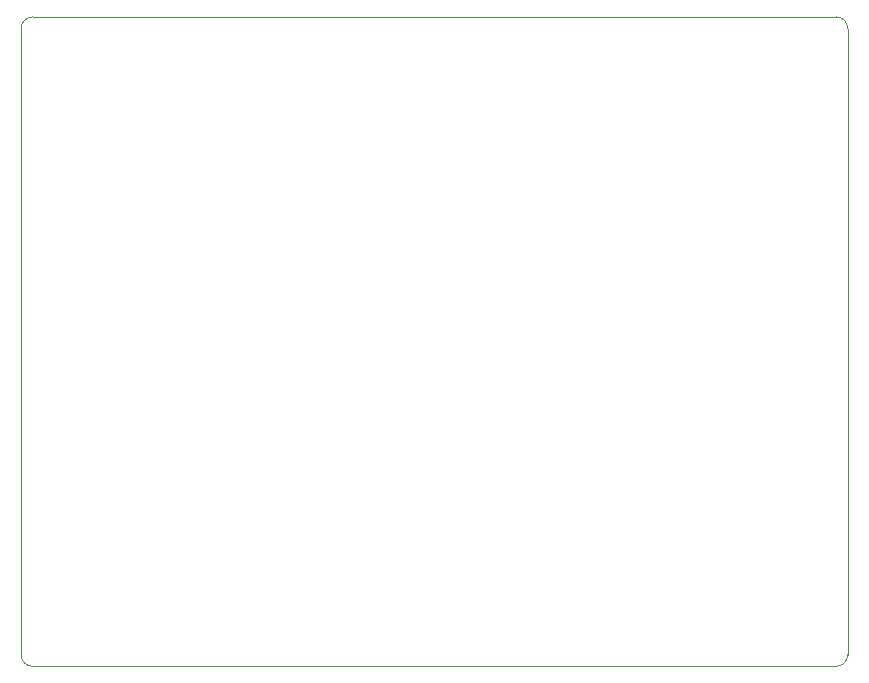
<source format=gbr>
%TF.GenerationSoftware,KiCad,Pcbnew,7.0.8*%
%TF.CreationDate,2024-01-31T02:26:52-05:00*%
%TF.ProjectId,AT01_no_ftdi,41543031-5f6e-46f5-9f66-7464692e6b69,rev?*%
%TF.SameCoordinates,PX6ea0500PY7735940*%
%TF.FileFunction,Profile,NP*%
%FSLAX46Y46*%
G04 Gerber Fmt 4.6, Leading zero omitted, Abs format (unit mm)*
G04 Created by KiCad (PCBNEW 7.0.8) date 2024-01-31 02:26:52*
%MOMM*%
%LPD*%
G01*
G04 APERTURE LIST*
%TA.AperFunction,Profile*%
%ADD10C,0.050000*%
%TD*%
G04 APERTURE END LIST*
D10*
X70000000Y54000000D02*
X70000000Y1000000D01*
X70000000Y54000000D02*
G75*
G03*
X69000000Y55000000I-1000000J0D01*
G01*
X69000000Y0D02*
X1000000Y0D01*
X69000000Y0D02*
G75*
G03*
X70000000Y1000000I0J1000000D01*
G01*
X1000000Y55000000D02*
G75*
G03*
X0Y54000000I0J-1000000D01*
G01*
X0Y1000000D02*
G75*
G03*
X1000000Y0I1000000J0D01*
G01*
X0Y1000000D02*
X0Y54000000D01*
X1000000Y55000000D02*
X69000000Y55000000D01*
M02*

</source>
